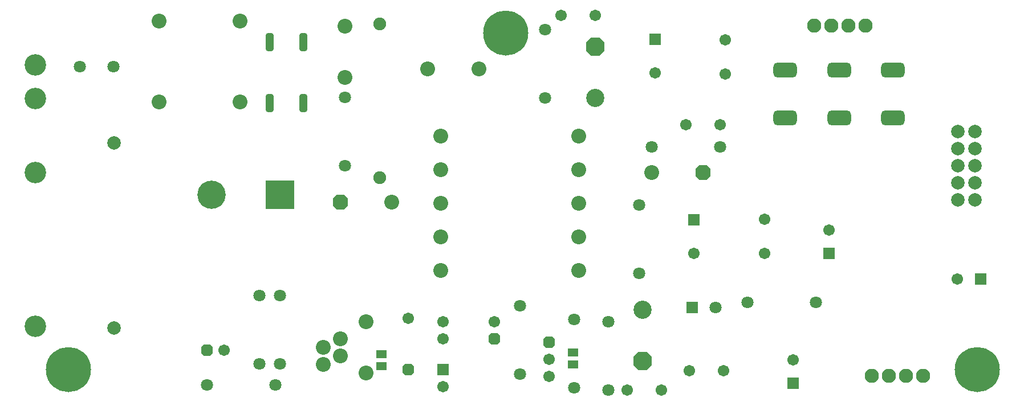
<source format=gbs>
%FSLAX24Y24*%
%MOIN*%
G70*
G01*
G75*
G04 Layer_Color=16711935*
%ADD10R,0.0374X0.0551*%
%ADD11R,0.0551X0.0374*%
G04:AMPARAMS|DCode=12|XSize=228.3mil|YSize=244.1mil|CornerRadius=57.1mil|HoleSize=0mil|Usage=FLASHONLY|Rotation=0.000|XOffset=0mil|YOffset=0mil|HoleType=Round|Shape=RoundedRectangle|*
%AMROUNDEDRECTD12*
21,1,0.2283,0.1299,0,0,0.0*
21,1,0.1142,0.2441,0,0,0.0*
1,1,0.1142,0.0571,-0.0650*
1,1,0.1142,-0.0571,-0.0650*
1,1,0.1142,-0.0571,0.0650*
1,1,0.1142,0.0571,0.0650*
%
%ADD12ROUNDEDRECTD12*%
G04:AMPARAMS|DCode=13|XSize=63mil|YSize=118.1mil|CornerRadius=15.7mil|HoleSize=0mil|Usage=FLASHONLY|Rotation=0.000|XOffset=0mil|YOffset=0mil|HoleType=Round|Shape=RoundedRectangle|*
%AMROUNDEDRECTD13*
21,1,0.0630,0.0866,0,0,0.0*
21,1,0.0315,0.1181,0,0,0.0*
1,1,0.0315,0.0157,-0.0433*
1,1,0.0315,-0.0157,-0.0433*
1,1,0.0315,-0.0157,0.0433*
1,1,0.0315,0.0157,0.0433*
%
%ADD13ROUNDEDRECTD13*%
G04:AMPARAMS|DCode=14|XSize=40mil|YSize=60mil|CornerRadius=10mil|HoleSize=0mil|Usage=FLASHONLY|Rotation=270.000|XOffset=0mil|YOffset=0mil|HoleType=Round|Shape=RoundedRectangle|*
%AMROUNDEDRECTD14*
21,1,0.0400,0.0400,0,0,270.0*
21,1,0.0200,0.0600,0,0,270.0*
1,1,0.0200,-0.0200,-0.0100*
1,1,0.0200,-0.0200,0.0100*
1,1,0.0200,0.0200,0.0100*
1,1,0.0200,0.0200,-0.0100*
%
%ADD14ROUNDEDRECTD14*%
G04:AMPARAMS|DCode=15|XSize=40mil|YSize=60mil|CornerRadius=10mil|HoleSize=0mil|Usage=FLASHONLY|Rotation=180.000|XOffset=0mil|YOffset=0mil|HoleType=Round|Shape=RoundedRectangle|*
%AMROUNDEDRECTD15*
21,1,0.0400,0.0400,0,0,180.0*
21,1,0.0200,0.0600,0,0,180.0*
1,1,0.0200,-0.0100,0.0200*
1,1,0.0200,0.0100,0.0200*
1,1,0.0200,0.0100,-0.0200*
1,1,0.0200,-0.0100,-0.0200*
%
%ADD15ROUNDEDRECTD15*%
%ADD16C,0.0197*%
%ADD17C,0.0394*%
%ADD18C,0.0295*%
%ADD19C,0.0138*%
%ADD20C,0.0118*%
%ADD21C,0.0630*%
%ADD22R,0.0591X0.0591*%
%ADD23C,0.0591*%
%ADD24R,0.0630X0.0630*%
%ADD25C,0.0748*%
G04:AMPARAMS|DCode=26|XSize=98.4mil|YSize=98.4mil|CornerRadius=0mil|HoleSize=0mil|Usage=FLASHONLY|Rotation=90.000|XOffset=0mil|YOffset=0mil|HoleType=Round|Shape=Octagon|*
%AMOCTAGOND26*
4,1,8,0.0246,0.0492,-0.0246,0.0492,-0.0492,0.0246,-0.0492,-0.0246,-0.0246,-0.0492,0.0246,-0.0492,0.0492,-0.0246,0.0492,0.0246,0.0246,0.0492,0.0*
%
%ADD26OCTAGOND26*%

%ADD27C,0.0984*%
%ADD28C,0.0787*%
G04:AMPARAMS|DCode=29|XSize=78.7mil|YSize=78.7mil|CornerRadius=0mil|HoleSize=0mil|Usage=FLASHONLY|Rotation=0.000|XOffset=0mil|YOffset=0mil|HoleType=Round|Shape=Octagon|*
%AMOCTAGOND29*
4,1,8,0.0394,-0.0197,0.0394,0.0197,0.0197,0.0394,-0.0197,0.0394,-0.0394,0.0197,-0.0394,-0.0197,-0.0197,-0.0394,0.0197,-0.0394,0.0394,-0.0197,0.0*
%
%ADD29OCTAGOND29*%

G04:AMPARAMS|DCode=30|XSize=59.1mil|YSize=59.1mil|CornerRadius=0mil|HoleSize=0mil|Usage=FLASHONLY|Rotation=180.000|XOffset=0mil|YOffset=0mil|HoleType=Round|Shape=Octagon|*
%AMOCTAGOND30*
4,1,8,-0.0295,0.0148,-0.0295,-0.0148,-0.0148,-0.0295,0.0148,-0.0295,0.0295,-0.0148,0.0295,0.0148,0.0148,0.0295,-0.0148,0.0295,-0.0295,0.0148,0.0*
%
%ADD30OCTAGOND30*%

%ADD31C,0.2559*%
%ADD32C,0.1181*%
%ADD33R,0.0591X0.0591*%
%ADD34C,0.0709*%
%ADD35C,0.1575*%
%ADD36R,0.1575X0.1575*%
G04:AMPARAMS|DCode=37|XSize=59.1mil|YSize=59.1mil|CornerRadius=0mil|HoleSize=0mil|Usage=FLASHONLY|Rotation=270.000|XOffset=0mil|YOffset=0mil|HoleType=Round|Shape=Octagon|*
%AMOCTAGOND37*
4,1,8,-0.0148,-0.0295,0.0148,-0.0295,0.0295,-0.0148,0.0295,0.0148,0.0148,0.0295,-0.0148,0.0295,-0.0295,0.0148,-0.0295,-0.0148,-0.0148,-0.0295,0.0*
%
%ADD37OCTAGOND37*%

%ADD38C,0.0669*%
%ADD39C,0.0500*%
%ADD40R,0.0551X0.0413*%
G04:AMPARAMS|DCode=41|XSize=80mil|YSize=130mil|CornerRadius=20mil|HoleSize=0mil|Usage=FLASHONLY|Rotation=270.000|XOffset=0mil|YOffset=0mil|HoleType=Round|Shape=RoundedRectangle|*
%AMROUNDEDRECTD41*
21,1,0.0800,0.0900,0,0,270.0*
21,1,0.0400,0.1300,0,0,270.0*
1,1,0.0400,-0.0450,-0.0200*
1,1,0.0400,-0.0450,0.0200*
1,1,0.0400,0.0450,0.0200*
1,1,0.0400,0.0450,-0.0200*
%
%ADD41ROUNDEDRECTD41*%
G04:AMPARAMS|DCode=42|XSize=39.4mil|YSize=98.4mil|CornerRadius=9.8mil|HoleSize=0mil|Usage=FLASHONLY|Rotation=180.000|XOffset=0mil|YOffset=0mil|HoleType=Round|Shape=RoundedRectangle|*
%AMROUNDEDRECTD42*
21,1,0.0394,0.0787,0,0,180.0*
21,1,0.0197,0.0984,0,0,180.0*
1,1,0.0197,-0.0098,0.0394*
1,1,0.0197,0.0098,0.0394*
1,1,0.0197,0.0098,-0.0394*
1,1,0.0197,-0.0098,-0.0394*
%
%ADD42ROUNDEDRECTD42*%
%ADD43C,0.0787*%
%ADD44C,0.1181*%
%ADD45R,0.5000X0.2700*%
%ADD46R,0.3850X0.3250*%
%ADD47C,0.0079*%
%ADD48C,0.0050*%
%ADD49C,0.0049*%
%ADD50C,0.0100*%
%ADD51C,0.0039*%
%ADD52C,0.0315*%
%ADD53C,0.0059*%
%ADD54R,0.0883X0.0118*%
%ADD55R,0.0200X0.0800*%
%ADD56R,0.0454X0.0631*%
%ADD57R,0.0631X0.0454*%
G04:AMPARAMS|DCode=58|XSize=236.3mil|YSize=252.1mil|CornerRadius=61.1mil|HoleSize=0mil|Usage=FLASHONLY|Rotation=0.000|XOffset=0mil|YOffset=0mil|HoleType=Round|Shape=RoundedRectangle|*
%AMROUNDEDRECTD58*
21,1,0.2363,0.1299,0,0,0.0*
21,1,0.1142,0.2521,0,0,0.0*
1,1,0.1222,0.0571,-0.0650*
1,1,0.1222,-0.0571,-0.0650*
1,1,0.1222,-0.0571,0.0650*
1,1,0.1222,0.0571,0.0650*
%
%ADD58ROUNDEDRECTD58*%
G04:AMPARAMS|DCode=59|XSize=71mil|YSize=126.1mil|CornerRadius=19.7mil|HoleSize=0mil|Usage=FLASHONLY|Rotation=0.000|XOffset=0mil|YOffset=0mil|HoleType=Round|Shape=RoundedRectangle|*
%AMROUNDEDRECTD59*
21,1,0.0710,0.0866,0,0,0.0*
21,1,0.0315,0.1261,0,0,0.0*
1,1,0.0395,0.0157,-0.0433*
1,1,0.0395,-0.0157,-0.0433*
1,1,0.0395,-0.0157,0.0433*
1,1,0.0395,0.0157,0.0433*
%
%ADD59ROUNDEDRECTD59*%
G04:AMPARAMS|DCode=60|XSize=48mil|YSize=68mil|CornerRadius=14mil|HoleSize=0mil|Usage=FLASHONLY|Rotation=270.000|XOffset=0mil|YOffset=0mil|HoleType=Round|Shape=RoundedRectangle|*
%AMROUNDEDRECTD60*
21,1,0.0480,0.0400,0,0,270.0*
21,1,0.0200,0.0680,0,0,270.0*
1,1,0.0280,-0.0200,-0.0100*
1,1,0.0280,-0.0200,0.0100*
1,1,0.0280,0.0200,0.0100*
1,1,0.0280,0.0200,-0.0100*
%
%ADD60ROUNDEDRECTD60*%
G04:AMPARAMS|DCode=61|XSize=48mil|YSize=68mil|CornerRadius=14mil|HoleSize=0mil|Usage=FLASHONLY|Rotation=180.000|XOffset=0mil|YOffset=0mil|HoleType=Round|Shape=RoundedRectangle|*
%AMROUNDEDRECTD61*
21,1,0.0480,0.0400,0,0,180.0*
21,1,0.0200,0.0680,0,0,180.0*
1,1,0.0280,-0.0100,0.0200*
1,1,0.0280,0.0100,0.0200*
1,1,0.0280,0.0100,-0.0200*
1,1,0.0280,-0.0100,-0.0200*
%
%ADD61ROUNDEDRECTD61*%
%ADD62C,0.0710*%
%ADD63R,0.0671X0.0671*%
%ADD64C,0.0671*%
%ADD65R,0.0710X0.0710*%
%ADD66C,0.0828*%
G04:AMPARAMS|DCode=67|XSize=106.4mil|YSize=106.4mil|CornerRadius=0mil|HoleSize=0mil|Usage=FLASHONLY|Rotation=90.000|XOffset=0mil|YOffset=0mil|HoleType=Round|Shape=Octagon|*
%AMOCTAGOND67*
4,1,8,0.0266,0.0532,-0.0266,0.0532,-0.0532,0.0266,-0.0532,-0.0266,-0.0266,-0.0532,0.0266,-0.0532,0.0532,-0.0266,0.0532,0.0266,0.0266,0.0532,0.0*
%
%ADD67OCTAGOND67*%

%ADD68C,0.1064*%
%ADD69C,0.0867*%
G04:AMPARAMS|DCode=70|XSize=86.7mil|YSize=86.7mil|CornerRadius=0mil|HoleSize=0mil|Usage=FLASHONLY|Rotation=0.000|XOffset=0mil|YOffset=0mil|HoleType=Round|Shape=Octagon|*
%AMOCTAGOND70*
4,1,8,0.0434,-0.0217,0.0434,0.0217,0.0217,0.0434,-0.0217,0.0434,-0.0434,0.0217,-0.0434,-0.0217,-0.0217,-0.0434,0.0217,-0.0434,0.0434,-0.0217,0.0*
%
%ADD70OCTAGOND70*%

G04:AMPARAMS|DCode=71|XSize=67.1mil|YSize=67.1mil|CornerRadius=0mil|HoleSize=0mil|Usage=FLASHONLY|Rotation=180.000|XOffset=0mil|YOffset=0mil|HoleType=Round|Shape=Octagon|*
%AMOCTAGOND71*
4,1,8,-0.0335,0.0168,-0.0335,-0.0168,-0.0168,-0.0335,0.0168,-0.0335,0.0335,-0.0168,0.0335,0.0168,0.0168,0.0335,-0.0168,0.0335,-0.0335,0.0168,0.0*
%
%ADD71OCTAGOND71*%

%ADD72C,0.2639*%
%ADD73C,0.1261*%
%ADD74R,0.0671X0.0671*%
%ADD75C,0.0789*%
%ADD76C,0.1655*%
%ADD77R,0.1655X0.1655*%
G04:AMPARAMS|DCode=78|XSize=67.1mil|YSize=67.1mil|CornerRadius=0mil|HoleSize=0mil|Usage=FLASHONLY|Rotation=270.000|XOffset=0mil|YOffset=0mil|HoleType=Round|Shape=Octagon|*
%AMOCTAGOND78*
4,1,8,-0.0168,-0.0335,0.0168,-0.0335,0.0335,-0.0168,0.0335,0.0168,0.0168,0.0335,-0.0168,0.0335,-0.0335,0.0168,-0.0335,-0.0168,-0.0168,-0.0335,0.0*
%
%ADD78OCTAGOND78*%

%ADD79C,0.0749*%
%ADD80R,0.0631X0.0493*%
G04:AMPARAMS|DCode=81|XSize=88mil|YSize=138mil|CornerRadius=24mil|HoleSize=0mil|Usage=FLASHONLY|Rotation=270.000|XOffset=0mil|YOffset=0mil|HoleType=Round|Shape=RoundedRectangle|*
%AMROUNDEDRECTD81*
21,1,0.0880,0.0900,0,0,270.0*
21,1,0.0400,0.1380,0,0,270.0*
1,1,0.0480,-0.0450,-0.0200*
1,1,0.0480,-0.0450,0.0200*
1,1,0.0480,0.0450,0.0200*
1,1,0.0480,0.0450,-0.0200*
%
%ADD81ROUNDEDRECTD81*%
G04:AMPARAMS|DCode=82|XSize=47.4mil|YSize=106.4mil|CornerRadius=13.8mil|HoleSize=0mil|Usage=FLASHONLY|Rotation=180.000|XOffset=0mil|YOffset=0mil|HoleType=Round|Shape=RoundedRectangle|*
%AMROUNDEDRECTD82*
21,1,0.0474,0.0787,0,0,180.0*
21,1,0.0197,0.1064,0,0,180.0*
1,1,0.0277,-0.0098,0.0394*
1,1,0.0277,0.0098,0.0394*
1,1,0.0277,0.0098,-0.0394*
1,1,0.0277,-0.0098,-0.0394*
%
%ADD82ROUNDEDRECTD82*%
D62*
X53500Y15750D02*
D03*
X57500D02*
D03*
X51639Y15450D02*
D03*
X45350Y10600D02*
D03*
Y14600D02*
D03*
X24950Y16150D02*
D03*
Y12150D02*
D03*
X26150Y16150D02*
D03*
Y12150D02*
D03*
X29950Y27750D02*
D03*
Y23750D02*
D03*
X25900Y10900D02*
D03*
X21900D02*
D03*
X16434Y29550D02*
D03*
X14466D02*
D03*
X51900Y24850D02*
D03*
X47900D02*
D03*
X47150Y21450D02*
D03*
Y17450D02*
D03*
X40200Y11550D02*
D03*
Y15550D02*
D03*
X43350Y10750D02*
D03*
Y14750D02*
D03*
X41650Y31700D02*
D03*
Y27700D02*
D03*
D63*
X56150Y11011D02*
D03*
X58250Y18611D02*
D03*
X50350Y20584D02*
D03*
X35700Y11800D02*
D03*
X48100Y31134D02*
D03*
D64*
X56150Y12389D02*
D03*
X50100Y11750D02*
D03*
X52100D02*
D03*
X44600Y32550D02*
D03*
X42600D02*
D03*
X58250Y19989D02*
D03*
X54500Y20600D02*
D03*
Y18600D02*
D03*
X22900Y12950D02*
D03*
X65761Y17100D02*
D03*
X49900Y26150D02*
D03*
X51900D02*
D03*
X50350Y18616D02*
D03*
X33650Y14800D02*
D03*
X35700Y10800D02*
D03*
X41900Y12400D02*
D03*
Y11400D02*
D03*
X38700Y14600D02*
D03*
X35700D02*
D03*
Y13600D02*
D03*
X48450Y10600D02*
D03*
X46450D02*
D03*
X48100Y29166D02*
D03*
X52200Y31100D02*
D03*
Y29100D02*
D03*
D65*
X50261Y15450D02*
D03*
D66*
X60400Y31950D02*
D03*
X59400D02*
D03*
X58400D02*
D03*
X57400D02*
D03*
X63750Y11450D02*
D03*
X62750D02*
D03*
X61750D02*
D03*
X60750D02*
D03*
D67*
X44600Y30700D02*
D03*
X47350Y12300D02*
D03*
D68*
X44600Y27700D02*
D03*
X47350Y15300D02*
D03*
D69*
X47900Y23350D02*
D03*
X37800Y29400D02*
D03*
X34800D02*
D03*
X35565Y25487D02*
D03*
Y23519D02*
D03*
Y21550D02*
D03*
Y19582D02*
D03*
Y17613D02*
D03*
X43635D02*
D03*
Y19582D02*
D03*
Y21550D02*
D03*
Y23519D02*
D03*
Y25487D02*
D03*
X32700Y21600D02*
D03*
X19088Y27488D02*
D03*
X23812D02*
D03*
Y32212D02*
D03*
X19088D02*
D03*
X28700Y13100D02*
D03*
Y12100D02*
D03*
X31200Y14600D02*
D03*
X29700Y13600D02*
D03*
Y12600D02*
D03*
X31200Y11600D02*
D03*
X29950Y31900D02*
D03*
Y28900D02*
D03*
D70*
X50900Y23350D02*
D03*
X29700Y21600D02*
D03*
D71*
X21900Y12950D02*
D03*
X41900Y13400D02*
D03*
X38700Y13600D02*
D03*
D72*
X66929Y11811D02*
D03*
X39370Y31496D02*
D03*
X13780Y11811D02*
D03*
D73*
X11850Y14350D02*
D03*
Y23350D02*
D03*
Y29634D02*
D03*
Y27666D02*
D03*
D74*
X67139Y17100D02*
D03*
D75*
X16450Y14237D02*
D03*
Y25063D02*
D03*
X66800Y21750D02*
D03*
X65800D02*
D03*
X66800Y22750D02*
D03*
X65800D02*
D03*
Y23750D02*
D03*
X66800D02*
D03*
X65800Y24750D02*
D03*
X66800D02*
D03*
X65800Y25750D02*
D03*
X66800D02*
D03*
D76*
X22150Y22050D02*
D03*
D77*
X26150D02*
D03*
D78*
X33650Y11800D02*
D03*
D79*
X32000Y23050D02*
D03*
Y32050D02*
D03*
D80*
X43300Y12804D02*
D03*
Y12096D02*
D03*
X32100Y11996D02*
D03*
Y12704D02*
D03*
D81*
X62000Y26550D02*
D03*
Y29350D02*
D03*
X58850Y26550D02*
D03*
Y29350D02*
D03*
X55700Y26550D02*
D03*
Y29350D02*
D03*
D82*
X27534Y30972D02*
D03*
X25566D02*
D03*
Y27428D02*
D03*
X27534D02*
D03*
M02*

</source>
